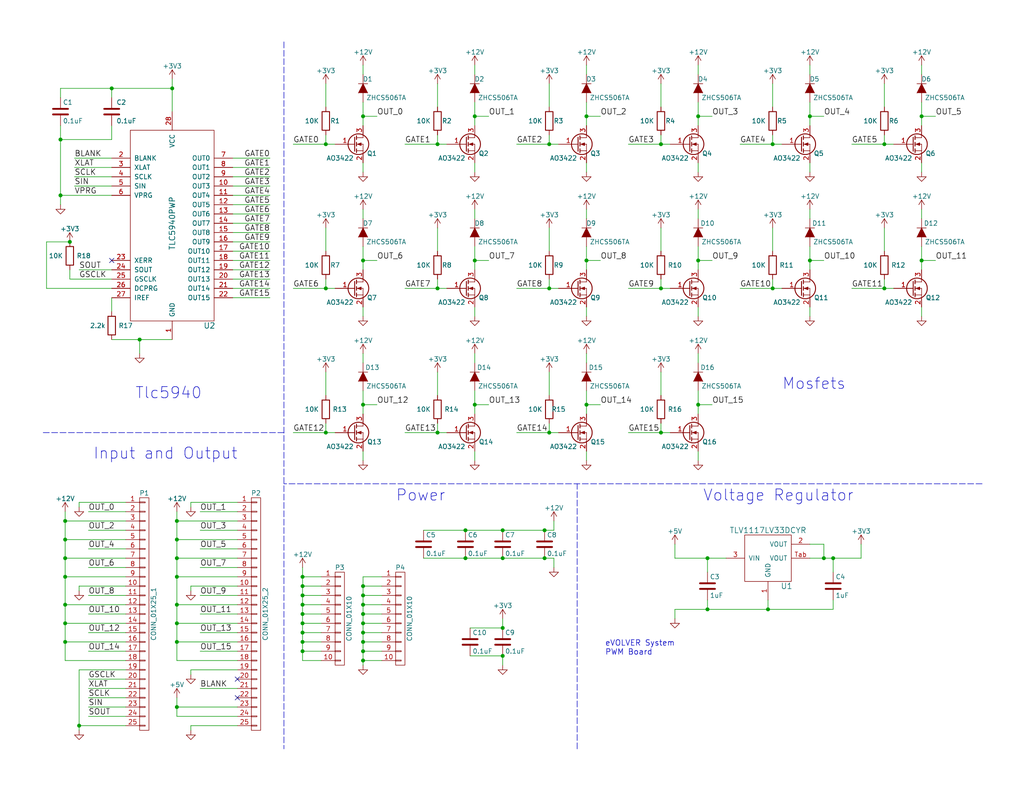
<source format=kicad_sch>
(kicad_sch (version 20211123) (generator eeschema)
  (paper "USLetter")
  (junction (at 16.51 38.1))
  (junction (at 180.34 39.37))
  (junction (at 193.04 152.4))
  (junction (at 16.51 53.34))
  (junction (at 99.06 165.1))
  (junction (at 82.55 167.64))
  (junction (at 21.59 198.12))
  (junction (at 82.55 157.48))
  (junction (at 17.78 170.18))
  (junction (at 137.16 179.07))
  (junction (at 88.9 39.37))
  (junction (at 48.26 165.1))
  (junction (at 99.06 110.49))
  (junction (at 82.55 175.26))
  (junction (at 99.06 172.72))
  (junction (at 82.55 162.56))
  (junction (at 99.06 180.34))
  (junction (at 190.5 110.49))
  (junction (at 129.54 110.49))
  (junction (at 82.55 172.72))
  (junction (at 48.26 142.24))
  (junction (at 127 144.78))
  (junction (at 209.55 166.37))
  (junction (at 137.16 152.4))
  (junction (at 119.38 118.11))
  (junction (at 99.06 162.56))
  (junction (at 149.86 39.37))
  (junction (at 137.16 171.45))
  (junction (at 82.55 165.1))
  (junction (at 99.06 175.26))
  (junction (at 19.05 66.04))
  (junction (at 88.9 118.11))
  (junction (at 88.9 78.74))
  (junction (at 190.5 31.75))
  (junction (at 17.78 147.32))
  (junction (at 210.82 39.37))
  (junction (at 148.59 144.78))
  (junction (at 148.59 152.4))
  (junction (at 99.06 177.8))
  (junction (at 210.82 78.74))
  (junction (at 241.3 39.37))
  (junction (at 30.48 24.13))
  (junction (at 220.98 71.12))
  (junction (at 82.55 177.8))
  (junction (at 190.5 71.12))
  (junction (at 17.78 152.4))
  (junction (at 180.34 78.74))
  (junction (at 17.78 165.1))
  (junction (at 48.26 170.18))
  (junction (at 99.06 167.64))
  (junction (at 227.33 152.4))
  (junction (at 17.78 142.24))
  (junction (at 82.55 160.02))
  (junction (at 99.06 71.12))
  (junction (at 48.26 152.4))
  (junction (at 160.02 110.49))
  (junction (at 17.78 157.48))
  (junction (at 193.04 166.37))
  (junction (at 48.26 193.04))
  (junction (at 251.46 31.75))
  (junction (at 119.38 78.74))
  (junction (at 99.06 160.02))
  (junction (at 48.26 147.32))
  (junction (at 99.06 31.75))
  (junction (at 180.34 118.11))
  (junction (at 129.54 31.75))
  (junction (at 251.46 71.12))
  (junction (at 17.78 175.26))
  (junction (at 149.86 78.74))
  (junction (at 149.86 118.11))
  (junction (at 119.38 39.37))
  (junction (at 99.06 170.18))
  (junction (at 160.02 31.75))
  (junction (at 241.3 78.74))
  (junction (at 160.02 71.12))
  (junction (at 137.16 144.78))
  (junction (at 48.26 157.48))
  (junction (at 224.79 152.4))
  (junction (at 48.26 175.26))
  (junction (at 46.99 24.13))
  (junction (at 82.55 170.18))
  (junction (at 220.98 31.75))
  (junction (at 38.1 92.71))
  (junction (at 129.54 71.12))
  (junction (at 127 152.4))
  (no_connect (at 64.77 185.42))
  (no_connect (at 30.48 71.12))
  (no_connect (at 64.77 190.5))
  (wire (pts (xy 99.06 44.45) (xy 99.06 46.99)))
  (wire (pts (xy 160.02 83.82) (xy 160.02 86.36)))
  (wire (pts (xy 241.3 68.58) (xy 241.3 62.23)))
  (wire (pts (xy 99.06 106.68) (xy 99.06 110.49)))
  (wire (pts (xy 73.66 55.88) (xy 63.5 55.88)))
  (wire (pts (xy 99.06 160.02) (xy 104.14 160.02)))
  (wire (pts (xy 232.41 39.37) (xy 241.3 39.37)))
  (wire (pts (xy 190.5 71.12) (xy 190.5 73.66)))
  (wire (pts (xy 17.78 142.24) (xy 17.78 147.32)))
  (wire (pts (xy 99.06 20.32) (xy 99.06 17.78)))
  (wire (pts (xy 160.02 106.68) (xy 160.02 110.49)))
  (wire (pts (xy 73.66 50.8) (xy 63.5 50.8)))
  (wire (pts (xy 24.13 154.94) (xy 34.29 154.94)))
  (wire (pts (xy 24.13 187.96) (xy 34.29 187.96)))
  (wire (pts (xy 82.55 177.8) (xy 82.55 180.34)))
  (wire (pts (xy 82.55 162.56) (xy 82.55 165.1)))
  (wire (pts (xy 38.1 92.71) (xy 46.99 92.71)))
  (wire (pts (xy 220.98 67.31) (xy 220.98 71.12)))
  (wire (pts (xy 16.51 38.1) (xy 16.51 53.34)))
  (wire (pts (xy 17.78 180.34) (xy 34.29 180.34)))
  (wire (pts (xy 137.16 152.4) (xy 148.59 152.4)))
  (wire (pts (xy 46.99 21.59) (xy 46.99 24.13)))
  (wire (pts (xy 99.06 172.72) (xy 104.14 172.72)))
  (wire (pts (xy 251.46 83.82) (xy 251.46 86.36)))
  (wire (pts (xy 160.02 27.94) (xy 160.02 31.75)))
  (wire (pts (xy 99.06 165.1) (xy 104.14 165.1)))
  (wire (pts (xy 87.63 172.72) (xy 82.55 172.72)))
  (wire (pts (xy 12.7 66.04) (xy 19.05 66.04)))
  (wire (pts (xy 201.93 39.37) (xy 210.82 39.37)))
  (wire (pts (xy 30.48 81.28) (xy 30.48 85.09)))
  (wire (pts (xy 151.13 144.78) (xy 151.13 142.24)))
  (wire (pts (xy 180.34 115.57) (xy 180.34 118.11)))
  (wire (pts (xy 99.06 110.49) (xy 99.06 113.03)))
  (wire (pts (xy 137.16 179.07) (xy 128.27 179.07)))
  (wire (pts (xy 63.5 43.18) (xy 73.66 43.18)))
  (wire (pts (xy 133.35 110.49) (xy 129.54 110.49)))
  (wire (pts (xy 151.13 152.4) (xy 151.13 154.94)))
  (wire (pts (xy 251.46 67.31) (xy 251.46 71.12)))
  (wire (pts (xy 119.38 107.95) (xy 119.38 101.6)))
  (wire (pts (xy 82.55 160.02) (xy 87.63 160.02)))
  (wire (pts (xy 251.46 44.45) (xy 251.46 46.99)))
  (wire (pts (xy 180.34 118.11) (xy 182.88 118.11)))
  (wire (pts (xy 129.54 20.32) (xy 129.54 17.78)))
  (wire (pts (xy 190.5 106.68) (xy 190.5 110.49)))
  (wire (pts (xy 82.55 170.18) (xy 82.55 172.72)))
  (wire (pts (xy 54.61 149.86) (xy 64.77 149.86)))
  (wire (pts (xy 48.26 152.4) (xy 64.77 152.4)))
  (wire (pts (xy 119.38 76.2) (xy 119.38 78.74)))
  (wire (pts (xy 30.48 48.26) (xy 20.32 48.26)))
  (wire (pts (xy 48.26 165.1) (xy 48.26 170.18)))
  (wire (pts (xy 251.46 31.75) (xy 251.46 34.29)))
  (wire (pts (xy 17.78 157.48) (xy 17.78 165.1)))
  (wire (pts (xy 209.55 163.83) (xy 209.55 166.37)))
  (wire (pts (xy 184.15 166.37) (xy 184.15 168.91)))
  (wire (pts (xy 119.38 36.83) (xy 119.38 39.37)))
  (wire (pts (xy 73.66 68.58) (xy 63.5 68.58)))
  (wire (pts (xy 88.9 39.37) (xy 91.44 39.37)))
  (wire (pts (xy 99.06 67.31) (xy 99.06 71.12)))
  (wire (pts (xy 184.15 152.4) (xy 184.15 148.59)))
  (wire (pts (xy 48.26 170.18) (xy 64.77 170.18)))
  (wire (pts (xy 30.48 92.71) (xy 38.1 92.71)))
  (wire (pts (xy 140.97 118.11) (xy 149.86 118.11)))
  (wire (pts (xy 17.78 175.26) (xy 34.29 175.26)))
  (wire (pts (xy 64.77 198.12) (xy 52.07 198.12)))
  (wire (pts (xy 251.46 59.69) (xy 251.46 57.15)))
  (wire (pts (xy 210.82 39.37) (xy 213.36 39.37)))
  (wire (pts (xy 210.82 76.2) (xy 210.82 78.74)))
  (wire (pts (xy 24.13 139.7) (xy 34.29 139.7)))
  (wire (pts (xy 227.33 166.37) (xy 227.33 163.83)))
  (wire (pts (xy 16.51 24.13) (xy 16.51 26.67)))
  (wire (pts (xy 99.06 59.69) (xy 99.06 57.15)))
  (wire (pts (xy 52.07 182.88) (xy 52.07 184.15)))
  (wire (pts (xy 160.02 99.06) (xy 160.02 96.52)))
  (wire (pts (xy 137.16 171.45) (xy 128.27 171.45)))
  (wire (pts (xy 110.49 78.74) (xy 119.38 78.74)))
  (wire (pts (xy 34.29 137.16) (xy 21.59 137.16)))
  (wire (pts (xy 48.26 147.32) (xy 48.26 152.4)))
  (wire (pts (xy 24.13 193.04) (xy 34.29 193.04)))
  (wire (pts (xy 190.5 83.82) (xy 190.5 86.36)))
  (wire (pts (xy 148.59 152.4) (xy 151.13 152.4)))
  (wire (pts (xy 220.98 20.32) (xy 220.98 17.78)))
  (wire (pts (xy 16.51 34.29) (xy 16.51 38.1)))
  (wire (pts (xy 21.59 198.12) (xy 34.29 198.12)))
  (wire (pts (xy 80.01 39.37) (xy 88.9 39.37)))
  (wire (pts (xy 88.9 68.58) (xy 88.9 62.23)))
  (wire (pts (xy 137.16 144.78) (xy 148.59 144.78)))
  (wire (pts (xy 88.9 29.21) (xy 88.9 22.86)))
  (wire (pts (xy 54.61 167.64) (xy 64.77 167.64)))
  (wire (pts (xy 133.35 71.12) (xy 129.54 71.12)))
  (wire (pts (xy 129.54 31.75) (xy 129.54 34.29)))
  (wire (pts (xy 220.98 44.45) (xy 220.98 46.99)))
  (wire (pts (xy 163.83 31.75) (xy 160.02 31.75)))
  (wire (pts (xy 127 144.78) (xy 137.16 144.78)))
  (wire (pts (xy 30.48 43.18) (xy 20.32 43.18)))
  (wire (pts (xy 48.26 195.58) (xy 64.77 195.58)))
  (wire (pts (xy 194.31 110.49) (xy 190.5 110.49)))
  (wire (pts (xy 251.46 71.12) (xy 251.46 73.66)))
  (wire (pts (xy 30.48 73.66) (xy 21.59 73.66)))
  (wire (pts (xy 210.82 78.74) (xy 213.36 78.74)))
  (wire (pts (xy 64.77 162.56) (xy 54.61 162.56)))
  (wire (pts (xy 99.06 71.12) (xy 99.06 73.66)))
  (wire (pts (xy 99.06 162.56) (xy 99.06 165.1)))
  (wire (pts (xy 255.27 31.75) (xy 251.46 31.75)))
  (wire (pts (xy 110.49 39.37) (xy 119.38 39.37)))
  (wire (pts (xy 73.66 45.72) (xy 63.5 45.72)))
  (wire (pts (xy 224.79 71.12) (xy 220.98 71.12)))
  (wire (pts (xy 24.13 149.86) (xy 34.29 149.86)))
  (polyline (pts (xy 77.47 118.11) (xy 11.43 118.11)))
  (wire (pts (xy 48.26 157.48) (xy 48.26 165.1)))
  (wire (pts (xy 38.1 92.71) (xy 38.1 96.52)))
  (wire (pts (xy 119.38 39.37) (xy 121.92 39.37)))
  (wire (pts (xy 193.04 163.83) (xy 193.04 166.37)))
  (wire (pts (xy 241.3 29.21) (xy 241.3 22.86)))
  (wire (pts (xy 63.5 60.96) (xy 73.66 60.96)))
  (wire (pts (xy 180.34 107.95) (xy 180.34 101.6)))
  (wire (pts (xy 102.87 71.12) (xy 99.06 71.12)))
  (wire (pts (xy 171.45 39.37) (xy 180.34 39.37)))
  (wire (pts (xy 180.34 39.37) (xy 182.88 39.37)))
  (wire (pts (xy 99.06 177.8) (xy 99.06 180.34)))
  (wire (pts (xy 21.59 160.02) (xy 21.59 161.29)))
  (wire (pts (xy 184.15 152.4) (xy 193.04 152.4)))
  (wire (pts (xy 52.07 198.12) (xy 52.07 199.39)))
  (wire (pts (xy 63.5 76.2) (xy 73.66 76.2)))
  (wire (pts (xy 241.3 76.2) (xy 241.3 78.74)))
  (wire (pts (xy 82.55 154.94) (xy 82.55 157.48)))
  (wire (pts (xy 82.55 175.26) (xy 82.55 177.8)))
  (wire (pts (xy 160.02 31.75) (xy 160.02 34.29)))
  (wire (pts (xy 224.79 148.59) (xy 224.79 152.4)))
  (wire (pts (xy 24.13 172.72) (xy 34.29 172.72)))
  (wire (pts (xy 129.54 59.69) (xy 129.54 57.15)))
  (wire (pts (xy 140.97 78.74) (xy 149.86 78.74)))
  (wire (pts (xy 54.61 154.94) (xy 64.77 154.94)))
  (wire (pts (xy 210.82 36.83) (xy 210.82 39.37)))
  (wire (pts (xy 16.51 53.34) (xy 30.48 53.34)))
  (wire (pts (xy 160.02 71.12) (xy 160.02 73.66)))
  (wire (pts (xy 190.5 110.49) (xy 190.5 113.03)))
  (wire (pts (xy 193.04 166.37) (xy 209.55 166.37)))
  (wire (pts (xy 227.33 156.21) (xy 227.33 152.4)))
  (wire (pts (xy 34.29 167.64) (xy 24.13 167.64)))
  (wire (pts (xy 17.78 139.7) (xy 17.78 142.24)))
  (wire (pts (xy 54.61 144.78) (xy 64.77 144.78)))
  (wire (pts (xy 224.79 152.4) (xy 227.33 152.4)))
  (wire (pts (xy 82.55 165.1) (xy 87.63 165.1)))
  (wire (pts (xy 99.06 31.75) (xy 99.06 34.29)))
  (wire (pts (xy 220.98 152.4) (xy 224.79 152.4)))
  (wire (pts (xy 180.34 76.2) (xy 180.34 78.74)))
  (wire (pts (xy 180.34 68.58) (xy 180.34 62.23)))
  (wire (pts (xy 88.9 78.74) (xy 91.44 78.74)))
  (wire (pts (xy 30.48 50.8) (xy 20.32 50.8)))
  (wire (pts (xy 64.77 175.26) (xy 48.26 175.26)))
  (wire (pts (xy 99.06 157.48) (xy 104.14 157.48)))
  (wire (pts (xy 88.9 36.83) (xy 88.9 39.37)))
  (wire (pts (xy 30.48 26.67) (xy 30.48 24.13)))
  (wire (pts (xy 149.86 118.11) (xy 152.4 118.11)))
  (wire (pts (xy 73.66 73.66) (xy 63.5 73.66)))
  (wire (pts (xy 241.3 78.74) (xy 243.84 78.74)))
  (wire (pts (xy 148.59 144.78) (xy 151.13 144.78)))
  (wire (pts (xy 48.26 175.26) (xy 48.26 180.34)))
  (wire (pts (xy 220.98 71.12) (xy 220.98 73.66)))
  (wire (pts (xy 129.54 83.82) (xy 129.54 86.36)))
  (wire (pts (xy 99.06 175.26) (xy 99.06 177.8)))
  (wire (pts (xy 149.86 76.2) (xy 149.86 78.74)))
  (wire (pts (xy 127 152.4) (xy 137.16 152.4)))
  (wire (pts (xy 64.77 147.32) (xy 48.26 147.32)))
  (wire (pts (xy 190.5 44.45) (xy 190.5 46.99)))
  (wire (pts (xy 73.66 58.42) (xy 63.5 58.42)))
  (wire (pts (xy 180.34 29.21) (xy 180.34 22.86)))
  (wire (pts (xy 64.77 157.48) (xy 48.26 157.48)))
  (wire (pts (xy 137.16 179.07) (xy 137.16 181.61)))
  (wire (pts (xy 190.5 123.19) (xy 190.5 125.73)))
  (wire (pts (xy 54.61 177.8) (xy 64.77 177.8)))
  (wire (pts (xy 63.5 81.28) (xy 73.66 81.28)))
  (wire (pts (xy 48.26 139.7) (xy 48.26 142.24)))
  (wire (pts (xy 149.86 68.58) (xy 149.86 62.23)))
  (wire (pts (xy 17.78 147.32) (xy 17.78 152.4)))
  (wire (pts (xy 220.98 83.82) (xy 220.98 86.36)))
  (wire (pts (xy 24.13 144.78) (xy 34.29 144.78)))
  (wire (pts (xy 88.9 107.95) (xy 88.9 101.6)))
  (wire (pts (xy 34.29 190.5) (xy 24.13 190.5)))
  (wire (pts (xy 149.86 107.95) (xy 149.86 101.6)))
  (wire (pts (xy 30.48 34.29) (xy 30.48 38.1)))
  (wire (pts (xy 119.38 115.57) (xy 119.38 118.11)))
  (wire (pts (xy 73.66 63.5) (xy 63.5 63.5)))
  (wire (pts (xy 190.5 59.69) (xy 190.5 57.15)))
  (wire (pts (xy 180.34 78.74) (xy 182.88 78.74)))
  (wire (pts (xy 12.7 66.04) (xy 12.7 78.74)))
  (wire (pts (xy 88.9 115.57) (xy 88.9 118.11)))
  (wire (pts (xy 64.77 182.88) (xy 52.07 182.88)))
  (wire (pts (xy 82.55 170.18) (xy 87.63 170.18)))
  (wire (pts (xy 194.31 31.75) (xy 190.5 31.75)))
  (wire (pts (xy 160.02 123.19) (xy 160.02 125.73)))
  (wire (pts (xy 48.26 180.34) (xy 64.77 180.34)))
  (wire (pts (xy 255.27 71.12) (xy 251.46 71.12)))
  (wire (pts (xy 251.46 20.32) (xy 251.46 17.78)))
  (wire (pts (xy 48.26 165.1) (xy 64.77 165.1)))
  (wire (pts (xy 30.48 38.1) (xy 16.51 38.1)))
  (wire (pts (xy 102.87 110.49) (xy 99.06 110.49)))
  (wire (pts (xy 63.5 53.34) (xy 73.66 53.34)))
  (wire (pts (xy 129.54 71.12) (xy 129.54 73.66)))
  (wire (pts (xy 48.26 142.24) (xy 48.26 147.32)))
  (wire (pts (xy 149.86 78.74) (xy 152.4 78.74)))
  (wire (pts (xy 171.45 118.11) (xy 180.34 118.11)))
  (wire (pts (xy 194.31 71.12) (xy 190.5 71.12)))
  (wire (pts (xy 232.41 78.74) (xy 241.3 78.74)))
  (wire (pts (xy 80.01 118.11) (xy 88.9 118.11)))
  (wire (pts (xy 34.29 162.56) (xy 24.13 162.56)))
  (polyline (pts (xy 267.97 132.08) (xy 77.47 132.08)))
  (wire (pts (xy 12.7 78.74) (xy 30.48 78.74)))
  (wire (pts (xy 82.55 167.64) (xy 82.55 170.18)))
  (wire (pts (xy 99.06 180.34) (xy 104.14 180.34)))
  (wire (pts (xy 34.29 185.42) (xy 24.13 185.42)))
  (wire (pts (xy 99.06 165.1) (xy 99.06 167.64)))
  (wire (pts (xy 160.02 67.31) (xy 160.02 71.12)))
  (wire (pts (xy 20.32 45.72) (xy 30.48 45.72)))
  (wire (pts (xy 87.63 157.48) (xy 82.55 157.48)))
  (wire (pts (xy 63.5 66.04) (xy 73.66 66.04)))
  (wire (pts (xy 115.57 144.78) (xy 127 144.78)))
  (wire (pts (xy 52.07 137.16) (xy 64.77 137.16)))
  (wire (pts (xy 210.82 68.58) (xy 210.82 62.23)))
  (wire (pts (xy 149.86 29.21) (xy 149.86 22.86)))
  (wire (pts (xy 129.54 123.19) (xy 129.54 125.73)))
  (wire (pts (xy 48.26 142.24) (xy 64.77 142.24)))
  (wire (pts (xy 193.04 152.4) (xy 198.12 152.4)))
  (wire (pts (xy 115.57 152.4) (xy 127 152.4)))
  (wire (pts (xy 17.78 152.4) (xy 17.78 157.48)))
  (wire (pts (xy 190.5 31.75) (xy 190.5 34.29)))
  (wire (pts (xy 82.55 172.72) (xy 82.55 175.26)))
  (wire (pts (xy 129.54 44.45) (xy 129.54 46.99)))
  (wire (pts (xy 201.93 78.74) (xy 210.82 78.74)))
  (wire (pts (xy 149.86 115.57) (xy 149.86 118.11)))
  (wire (pts (xy 133.35 31.75) (xy 129.54 31.75)))
  (wire (pts (xy 21.59 182.88) (xy 34.29 182.88)))
  (wire (pts (xy 234.95 152.4) (xy 234.95 148.59)))
  (wire (pts (xy 99.06 170.18) (xy 99.06 172.72)))
  (wire (pts (xy 99.06 175.26) (xy 104.14 175.26)))
  (wire (pts (xy 110.49 118.11) (xy 119.38 118.11)))
  (wire (pts (xy 21.59 182.88) (xy 21.59 198.12)))
  (wire (pts (xy 220.98 31.75) (xy 220.98 34.29)))
  (wire (pts (xy 163.83 71.12) (xy 160.02 71.12)))
  (wire (pts (xy 224.79 31.75) (xy 220.98 31.75)))
  (wire (pts (xy 137.16 168.91) (xy 137.16 171.45)))
  (wire (pts (xy 99.06 162.56) (xy 104.14 162.56)))
  (wire (pts (xy 46.99 24.13) (xy 46.99 30.48)))
  (wire (pts (xy 99.06 157.48) (xy 99.06 160.02)))
  (wire (pts (xy 99.06 167.64) (xy 99.06 170.18)))
  (wire (pts (xy 17.78 142.24) (xy 34.29 142.24)))
  (wire (pts (xy 190.5 20.32) (xy 190.5 17.78)))
  (polyline (pts (xy 77.47 11.43) (xy 77.47 204.47)))
  (wire (pts (xy 34.29 147.32) (xy 17.78 147.32)))
  (wire (pts (xy 241.3 39.37) (xy 243.84 39.37)))
  (wire (pts (xy 160.02 44.45) (xy 160.02 46.99)))
  (wire (pts (xy 19.05 76.2) (xy 30.48 76.2)))
  (wire (pts (xy 190.5 99.06) (xy 190.5 96.52)))
  (wire (pts (xy 63.5 71.12) (xy 73.66 71.12)))
  (wire (pts (xy 82.55 157.48) (xy 82.55 160.02)))
  (wire (pts (xy 64.77 187.96) (xy 54.61 187.96)))
  (wire (pts (xy 129.54 27.94) (xy 129.54 31.75)))
  (wire (pts (xy 88.9 118.11) (xy 91.44 118.11)))
  (wire (pts (xy 21.59 137.16) (xy 21.59 138.43)))
  (wire (pts (xy 99.06 180.34) (xy 99.06 181.61)))
  (wire (pts (xy 102.87 31.75) (xy 99.06 31.75)))
  (wire (pts (xy 17.78 157.48) (xy 34.29 157.48)))
  (wire (pts (xy 24.13 177.8) (xy 34.29 177.8)))
  (wire (pts (xy 99.06 177.8) (xy 104.14 177.8)))
  (wire (pts (xy 63.5 48.26) (xy 73.66 48.26)))
  (wire (pts (xy 16.51 53.34) (xy 16.51 55.88)))
  (wire (pts (xy 16.51 24.13) (xy 30.48 24.13)))
  (wire (pts (xy 220.98 27.94) (xy 220.98 31.75)))
  (wire (pts (xy 184.15 166.37) (xy 193.04 166.37)))
  (wire (pts (xy 48.26 170.18) (xy 48.26 175.26)))
  (wire (pts (xy 17.78 165.1) (xy 34.29 165.1)))
  (wire (pts (xy 48.26 193.04) (xy 48.26 195.58)))
  (wire (pts (xy 160.02 59.69) (xy 160.02 57.15)))
  (wire (pts (xy 34.29 195.58) (xy 24.13 195.58)))
  (wire (pts (xy 34.29 170.18) (xy 17.78 170.18)))
  (wire (pts (xy 129.54 110.49) (xy 129.54 113.03)))
  (wire (pts (xy 129.54 106.68) (xy 129.54 110.49)))
  (wire (pts (xy 21.59 198.12) (xy 21.59 199.39)))
  (wire (pts (xy 80.01 78.74) (xy 88.9 78.74)))
  (wire (pts (xy 119.38 118.11) (xy 121.92 118.11)))
  (wire (pts (xy 34.29 160.02) (xy 21.59 160.02)))
  (wire (pts (xy 82.55 165.1) (xy 82.55 167.64)))
  (wire (pts (xy 52.07 160.02) (xy 64.77 160.02)))
  (wire (pts (xy 48.26 190.5) (xy 48.26 193.04)))
  (wire (pts (xy 52.07 137.16) (xy 52.07 138.43)))
  (wire (pts (xy 227.33 152.4) (xy 234.95 152.4)))
  (wire (pts (xy 99.06 83.82) (xy 99.06 86.36)))
  (wire (pts (xy 19.05 76.2) (xy 19.05 73.66)))
  (wire (pts (xy 99.06 99.06) (xy 99.06 96.52)))
  (wire (pts (xy 210.82 29.21) (xy 210.82 22.86)))
  (wire (pts (xy 99.06 172.72) (xy 99.06 175.26)))
  (wire (pts (xy 220.98 59.69) (xy 220.98 57.15)))
  (wire (pts (xy 209.55 166.37) (xy 227.33 166.37)))
  (wire (pts (xy 160.02 110.49) (xy 160.02 113.03)))
  (wire (pts (xy 190.5 67.31) (xy 190.5 71.12)))
  (wire (pts (xy 17.78 170.18) (xy 17.78 175.26)))
  (polyline (pts (xy 157.48 204.47) (xy 157.48 132.08)))
  (wire (pts (xy 99.06 167.64) (xy 104.14 167.64)))
  (wire (pts (xy 52.07 160.02) (xy 52.07 161.29)))
  (wire (pts (xy 163.83 110.49) (xy 160.02 110.49)))
  (wire (pts (xy 251.46 27.94) (xy 251.46 31.75)))
  (wire (pts (xy 99.06 160.02) (xy 99.06 162.56)))
  (wire (pts (xy 193.04 156.21) (xy 193.04 152.4)))
  (wire (pts (xy 82.55 180.34) (xy 87.63 180.34)))
  (wire (pts (xy 87.63 177.8) (xy 82.55 177.8)))
  (wire (pts (xy 87.63 162.56) (xy 82.55 162.56)))
  (wire (pts (xy 82.55 175.26) (xy 87.63 175.26)))
  (wire (pts (xy 99.06 123.19) (xy 99.06 125.73)))
  (wire (pts (xy 99.06 170.18) (xy 104.14 170.18)))
  (wire (pts (xy 149.86 36.83) (xy 149.86 39.37)))
  (wire (pts (xy 82.55 160.02) (xy 82.55 162.56)))
  (wire (pts (xy 160.02 20.32) (xy 160.02 17.78)))
  (wire (pts (xy 17.78 152.4) (xy 34.29 152.4)))
  (wire (pts (xy 73.66 78.74) (xy 63.5 78.74)))
  (wire (pts (xy 180.34 36.83) (xy 180.34 39.37)))
  (wire (pts (xy 54.61 139.7) (xy 64.77 139.7)))
  (wire (pts (xy 149.86 39.37) (xy 152.4 39.37)))
  (wire (pts (xy 190.5 27.94) (xy 190.5 31.75)))
  (wire (pts (xy 48.26 152.4) (xy 48.26 157.48)))
  (wire (pts (xy 119.38 78.74) (xy 121.92 78.74)))
  (wire (pts (xy 129.54 67.31) (xy 129.54 71.12)))
  (wire (pts (xy 54.61 172.72) (xy 64.77 172.72)))
  (wire (pts (xy 171.45 78.74) (xy 180.34 78.74)))
  (wire (pts (xy 119.38 68.58) (xy 119.38 62.23)))
  (wire (pts (xy 87.63 167.64) (xy 82.55 167.64)))
  (wire (pts (xy 140.97 39.37) (xy 149.86 39.37)))
  (wire (pts (xy 88.9 76.2) (xy 88.9 78.74)))
  (wire (pts (xy 241.3 36.83) (xy 241.3 39.37)))
  (wire (pts (xy 220.98 148.59) (xy 224.79 148.59)))
  (wire (pts (xy 30.48 24.13) (xy 46.99 24.13)))
  (wire (pts (xy 119.38 29.21) (xy 119.38 22.86)))
  (wire (pts (xy 99.06 27.94) (xy 99.06 31.75)))
  (wire (pts (xy 17.78 165.1) (xy 17.78 170.18)))
  (wire (pts (xy 17.78 175.26) (xy 17.78 180.34)))
  (wire (pts (xy 129.54 99.06) (xy 129.54 96.52)))
  (wire (pts (xy 48.26 193.04) (xy 64.77 193.04)))
  (text "Power" (at 107.95 137.16 0) (effects (font (size 3.048 3.048)) (justify left bottom)))
  (text "Mosfets" (at 213.36 106.68 0) (effects (font (size 3.048 3.048)) (justify left bottom)))
  (text "Voltage Regulator" (at 191.77 137.16 0) (effects (font (size 3.048 3.048)) (justify left bottom)))
  (text "Input and Output" (at 25.4 125.73 0) (effects (font (size 3.048 3.048)) (justify left bottom)))
  (text "eVOLVER System\nPWM Board" (at 165.1 179.07 0) (effects (font (size 1.524 1.524)) (justify left bottom)))
  (text "Tlc5940" (at 36.83 109.22 0) (effects (font (size 3.048 3.048)) (justify left bottom)))
  (label "OUT_4" (at 224.79 31.75 0) (effects (font (size 1.524 1.524))))
  (label "GATE8" (at 140.97 78.74 0) (effects (font (size 1.524 1.524))))
  (label "GATE9" (at 171.45 78.74 0) (effects (font (size 1.524 1.524))))
  (label "VPRG" (at 20.32 53.34 0) (effects (font (size 1.524 1.524))))
  (label "GATE2" (at 73.66 48.26 180) (effects (font (size 1.524 1.524))))
  (label "GATE10" (at 73.66 68.58 180) (effects (font (size 1.524 1.524))))
  (label "OUT_15" (at 194.31 110.49 0) (effects (font (size 1.524 1.524))))
  (label "SOUT" (at 21.59 73.66 0) (effects (font (size 1.524 1.524))))
  (label "OUT_7" (at 54.61 154.94 0) (effects (font (size 1.524 1.524))))
  (label "GATE3" (at 171.45 39.37 0) (effects (font (size 1.524 1.524))))
  (label "OUT_0" (at 102.87 31.75 0) (effects (font (size 1.524 1.524))))
  (label "GSCLK" (at 21.59 76.2 0) (effects (font (size 1.524 1.524))))
  (label "OUT_14" (at 163.83 110.49 0) (effects (font (size 1.524 1.524))))
  (label "OUT_5" (at 54.61 149.86 0) (effects (font (size 1.524 1.524))))
  (label "GATE12" (at 80.01 118.11 0) (effects (font (size 1.524 1.524))))
  (label "GATE12" (at 73.66 73.66 180) (effects (font (size 1.524 1.524))))
  (label "OUT_7" (at 133.35 71.12 0) (effects (font (size 1.524 1.524))))
  (label "GATE11" (at 232.41 78.74 0) (effects (font (size 1.524 1.524))))
  (label "OUT_0" (at 24.13 139.7 0) (effects (font (size 1.524 1.524))))
  (label "OUT_15" (at 54.61 177.8 0) (effects (font (size 1.524 1.524))))
  (label "OUT_8" (at 163.83 71.12 0) (effects (font (size 1.524 1.524))))
  (label "OUT_4" (at 24.13 149.86 0) (effects (font (size 1.524 1.524))))
  (label "GATE11" (at 73.66 71.12 180) (effects (font (size 1.524 1.524))))
  (label "GSCLK" (at 24.13 185.42 0) (effects (font (size 1.524 1.524))))
  (label "GATE15" (at 73.66 81.28 180) (effects (font (size 1.524 1.524))))
  (label "BLANK" (at 20.32 43.18 0) (effects (font (size 1.524 1.524))))
  (label "SIN" (at 24.13 193.04 0) (effects (font (size 1.524 1.524))))
  (label "GATE13" (at 73.66 76.2 180) (effects (font (size 1.524 1.524))))
  (label "GATE15" (at 171.45 118.11 0) (effects (font (size 1.524 1.524))))
  (label "SCLK" (at 20.32 48.26 0) (effects (font (size 1.524 1.524))))
  (label "OUT_12" (at 102.87 110.49 0) (effects (font (size 1.524 1.524))))
  (label "OUT_3" (at 194.31 31.75 0) (effects (font (size 1.524 1.524))))
  (label "OUT_11" (at 255.27 71.12 0) (effects (font (size 1.524 1.524))))
  (label "GATE1" (at 73.66 45.72 180) (effects (font (size 1.524 1.524))))
  (label "GATE5" (at 73.66 55.88 180) (effects (font (size 1.524 1.524))))
  (label "OUT_13" (at 133.35 110.49 0) (effects (font (size 1.524 1.524))))
  (label "GATE4" (at 201.93 39.37 0) (effects (font (size 1.524 1.524))))
  (label "OUT_2" (at 24.13 144.78 0) (effects (font (size 1.524 1.524))))
  (label "SOUT" (at 24.13 195.58 0) (effects (font (size 1.524 1.524))))
  (label "GATE7" (at 110.49 78.74 0) (effects (font (size 1.524 1.524))))
  (label "OUT_13" (at 54.61 172.72 0) (effects (font (size 1.524 1.524))))
  (label "OUT_10" (at 224.79 71.12 0) (effects (font (size 1.524 1.524))))
  (label "OUT_1" (at 133.35 31.75 0) (effects (font (size 1.524 1.524))))
  (label "GATE2" (at 140.97 39.37 0) (effects (font (size 1.524 1.524))))
  (label "SCLK" (at 24.13 190.5 0) (effects (font (size 1.524 1.524))))
  (label "GATE8" (at 73.66 63.5 180) (effects (font (size 1.524 1.524))))
  (label "OUT_9" (at 194.31 71.12 0) (effects (font (size 1.524 1.524))))
  (label "GATE1" (at 110.49 39.37 0) (effects (font (size 1.524 1.524))))
  (label "OUT_14" (at 24.13 177.8 0) (effects (font (size 1.524 1.524))))
  (label "GATE0" (at 73.66 43.18 180) (effects (font (size 1.524 1.524))))
  (label "BLANK" (at 54.61 187.96 0) (effects (font (size 1.524 1.524))))
  (label "OUT_8" (at 24.13 162.56 0) (effects (font (size 1.524 1.524))))
  (label "GATE0" (at 80.01 39.37 0) (effects (font (size 1.524 1.524))))
  (label "XLAT" (at 20.32 45.72 0) (effects (font (size 1.524 1.524))))
  (label "OUT_6" (at 102.87 71.12 0) (effects (font (size 1.524 1.524))))
  (label "OUT_11" (at 54.61 167.64 0) (effects (font (size 1.524 1.524))))
  (label "OUT_1" (at 54.61 139.7 0) (effects (font (size 1.524 1.524))))
  (label "OUT_5" (at 255.27 31.75 0) (effects (font (size 1.524 1.524))))
  (label "XLAT" (at 24.13 187.96 0) (effects (font (size 1.524 1.524))))
  (label "OUT_3" (at 54.61 144.78 0) (effects (font (size 1.524 1.524))))
  (label "GATE10" (at 201.93 78.74 0) (effects (font (size 1.524 1.524))))
  (label "GATE14" (at 73.66 78.74 180) (effects (font (size 1.524 1.524))))
  (label "OUT_2" (at 163.83 31.75 0) (effects (font (size 1.524 1.524))))
  (label "GATE7" (at 73.66 60.96 180) (effects (font (size 1.524 1.524))))
  (label "OUT_9" (at 54.61 162.56 0) (effects (font (size 1.524 1.524))))
  (label "OUT_12" (at 24.13 172.72 0) (effects (font (size 1.524 1.524))))
  (label "GATE3" (at 73.66 50.8 180) (effects (font (size 1.524 1.524))))
  (label "OUT_6" (at 24.13 154.94 0) (effects (font (size 1.524 1.524))))
  (label "SIN" (at 20.32 50.8 0) (effects (font (size 1.524 1.524))))
  (label "GATE4" (at 73.66 53.34 180) (effects (font (size 1.524 1.524))))
  (label "GATE6" (at 73.66 58.42 180) (effects (font (size 1.524 1.524))))
  (label "OUT_10" (at 24.13 167.64 0) (effects (font (size 1.524 1.524))))
  (label "GATE6" (at 80.01 78.74 0) (effects (font (size 1.524 1.524))))
  (label "GATE5" (at 232.41 39.37 0) (effects (font (size 1.524 1.524))))
  (label "GATE9" (at 73.66 66.04 180) (effects (font (size 1.524 1.524))))
  (label "GATE14" (at 140.97 118.11 0) (effects (font (size 1.524 1.524))))
  (label "GATE13" (at 110.49 118.11 0) (effects (font (size 1.524 1.524))))
  (symbol (lib_id "eVOLVER_pwm:TLC5940PWP") (at 46.99 60.96 0) (unit 1)
    (property "Reference" "U2" (at 57.15 88.9 0) (effects (font (size 1.524 1.524))))
    (property "Value" "TLC5940PWP" (at 46.99 60.96 90) (effects (font (size 1.524 1.524))))
    (property "Footprint" "mods:TLC5940PWP" (effects hide))
    (property "Catalog Number" "296-17733-5-ND	" (effects hide))
    (property "Supplier Name" "Digi-Key" (effects hide))
  )
  (symbol (lib_id "power1:GND") (at 38.1 96.52 0) (unit 1)
    (property "Reference" "#PWR01" (effects hide))
    (property "Value" "GND" (effects hide))
  )
  (symbol (lib_id "device1:C") (at 193.04 160.02 0) (unit 1)
    (property "Reference" "C3" (at 193.675 157.48 0) (effects (justify left)))
    (property "Value" "1uF" (at 193.675 162.56 0) (effects (justify left)))
    (property "Footprint" "mods:C_0402" (effects hide))
    (property "Catalog Number" "490-1320-6-ND" (effects hide))
    (property "Supplier Name" "Digi-Key" (effects hide))
  )
  (symbol (lib_id "device1:C") (at 227.33 160.02 0) (unit 1)
    (property "Reference" "C4" (at 227.965 157.48 0) (effects (justify left)))
    (property "Value" "1uF" (at 227.965 162.56 0) (effects (justify left)))
    (property "Footprint" "mods:C_0402" (effects hide))
    (property "Catalog Number" "490-1320-6-ND" (effects hide))
    (property "Supplier Name" "Digi-Key" (effects hide))
  )
  (symbol (lib_id "power1:+3.3V") (at 234.95 148.59 0) (unit 1)
    (property "Reference" "#PWR02" (effects hide))
    (property "Value" "+3.3V" (at 234.95 145.034 0))
  )
  (symbol (lib_id "power1:GND") (at 184.15 168.91 0) (unit 1)
    (property "Reference" "#PWR03" (effects hide))
    (property "Value" "GND" (effects hide))
  )
  (symbol (lib_id "power1:+5V") (at 184.15 148.59 0) (unit 1)
    (property "Reference" "#PWR04" (effects hide))
    (property "Value" "+5V" (at 184.15 145.034 0))
  )
  (symbol (lib_id "device1:C") (at 30.48 30.48 0) (unit 1)
    (property "Reference" "C2" (at 31.75 27.94 0) (effects (justify left)))
    (property "Value" "0.1uF" (at 31.75 33.02 0) (effects (justify left)))
    (property "Footprint" "mods:C_0402" (effects hide))
    (property "Catalog Number" "490-10777-6-ND" (effects hide))
    (property "Supplier Name" "Digi-Key" (effects hide))
  )
  (symbol (lib_id "power1:+3.3V") (at 46.99 21.59 0) (unit 1)
    (property "Reference" "#PWR05" (effects hide))
    (property "Value" "+3.3V" (at 46.99 18.034 0))
  )
  (symbol (lib_id "device1:C") (at 16.51 30.48 0) (unit 1)
    (property "Reference" "C1" (at 17.145 27.94 0) (effects (justify left)))
    (property "Value" "0.1uF" (at 17.145 33.02 0) (effects (justify left)))
    (property "Footprint" "mods:C_0402" (effects hide))
    (property "Catalog Number" "490-10777-6-ND" (effects hide))
    (property "Supplier Name" "Digi-Key" (effects hide))
  )
  (symbol (lib_id "device1:R") (at 30.48 88.9 0) (unit 1)
    (property "Reference" "R17" (at 34.29 88.9 0))
    (property "Value" "2.2k" (at 26.67 88.9 0))
    (property "Footprint" "mods:R_0402" (effects hide))
    (property "Catalog Number" "311-2.20KLRDKR-ND " (effects hide))
    (property "Supplier Name" "Digi-Key" (effects hide))
  )
  (symbol (lib_id "eVOLVER_pwm:TLV1117LV33DCYR") (at 209.55 152.4 0) (unit 1)
    (property "Reference" "U1" (at 214.63 160.02 0) (effects (font (size 1.524 1.524))))
    (property "Value" "TLV1117LV33DCYR" (at 209.55 144.78 0) (effects (font (size 1.524 1.524))))
    (property "Footprint" "mods:TLV1117LV33DCYR" (effects hide))
    (property "Catalog Number" "296-28778-1-ND	" (effects hide))
    (property "Supplier Name" "Digi-Key" (effects hide))
  )
  (symbol (lib_id "conn1:CONN_01X25") (at 39.37 167.64 0) (unit 1)
    (property "Reference" "P1" (at 39.37 134.62 0))
    (property "Value" "CONN_01X25_1" (at 41.91 167.64 90))
    (property "Footprint" "mods:25_pin_10in" (effects hide))
    (property "Catalog Number" "ED10025-ND	" (effects hide))
    (property "Supplier Name" "Digi-Key" (effects hide))
  )
  (symbol (lib_id "conn1:CONN_01X25") (at 69.85 167.64 0) (unit 1)
    (property "Reference" "P2" (at 69.85 134.62 0))
    (property "Value" "CONN_01X25_2" (at 72.39 167.64 90))
    (property "Footprint" "mods:25_pin_10in" (effects hide))
    (property "Catalog Number" "ED10025-ND	" (effects hide))
    (property "Supplier Name" "Digi-Key" (effects hide))
  )
  (symbol (lib_id "power:+12V") (at 17.78 139.7 0) (unit 1)
    (property "Reference" "#PWR06" (effects hide))
    (property "Value" "+12V" (at 17.78 136.144 0))
  )
  (symbol (lib_id "power1:GND") (at 21.59 138.43 0) (unit 1)
    (property "Reference" "#PWR07" (effects hide))
    (property "Value" "GND" (effects hide))
  )
  (symbol (lib_id "power1:GND") (at 21.59 161.29 0) (unit 1)
    (property "Reference" "#PWR08" (effects hide))
    (property "Value" "GND" (effects hide))
  )
  (symbol (lib_id "power1:GND") (at 21.59 199.39 0) (unit 1)
    (property "Reference" "#PWR09" (effects hide))
    (property "Value" "GND" (effects hide))
  )
  (symbol (lib_id "power:+12V") (at 48.26 139.7 0) (unit 1)
    (property "Reference" "#PWR010" (effects hide))
    (property "Value" "+12V" (at 48.26 136.144 0))
  )
  (symbol (lib_id "power1:GND") (at 52.07 138.43 0) (unit 1)
    (property "Reference" "#PWR011" (effects hide))
    (property "Value" "GND" (effects hide))
  )
  (symbol (lib_id "power1:GND") (at 52.07 161.29 0) (unit 1)
    (property "Reference" "#PWR012" (effects hide))
    (property "Value" "GND" (effects hide))
  )
  (symbol (lib_id "power1:GND") (at 52.07 199.39 0) (unit 1)
    (property "Reference" "#PWR013" (effects hide))
    (property "Value" "GND" (effects hide))
  )
  (symbol (lib_id "power1:GND") (at 52.07 184.15 0) (unit 1)
    (property "Reference" "#PWR014" (effects hide))
    (property "Value" "GND" (effects hide))
  )
  (symbol (lib_id "power1:GND") (at 16.51 55.88 0) (unit 1)
    (property "Reference" "#PWR015" (effects hide))
    (property "Value" "GND" (effects hide))
  )
  (symbol (lib_id "power1:+3.3V") (at 19.05 66.04 0) (unit 1)
    (property "Reference" "#PWR016" (effects hide))
    (property "Value" "+3.3V" (at 19.05 62.484 0))
  )
  (symbol (lib_id "conn1:CONN_01X10") (at 92.71 168.91 0) (unit 1)
    (property "Reference" "P3" (at 92.71 154.94 0))
    (property "Value" "CONN_01X10" (at 95.25 168.91 90))
    (property "Footprint" "mods:10pin_tenth_in_V2" (effects hide))
    (property "Catalog Number" "ED10010-ND	" (effects hide))
    (property "Supplier Name" "Digi-Key" (effects hide))
  )
  (symbol (lib_id "conn1:CONN_01X10") (at 109.22 168.91 0) (unit 1)
    (property "Reference" "P4" (at 109.22 154.94 0))
    (property "Value" "CONN_01X10" (at 111.76 168.91 90))
    (property "Footprint" "mods:10pin_tenth_in_V2" (effects hide))
    (property "Catalog Number" "ED10010-ND	" (effects hide))
    (property "Supplier Name" "Digi-Key" (effects hide))
  )
  (symbol (lib_id "power1:GND") (at 99.06 181.61 0) (unit 1)
    (property "Reference" "#PWR017" (effects hide))
    (property "Value" "GND" (effects hide))
  )
  (symbol (lib_id "device1:Q_NMOS_SGD") (at 96.52 39.37 0) (unit 1)
    (property "Reference" "Q1" (at 102.87 41.91 0) (effects (justify right)))
    (property "Value" "AO3422" (at 96.52 43.18 0) (effects (justify right)))
    (property "Footprint" "mods:AO3422" (effects hide))
    (property "Catalog Number" "785-1015-1-ND	" (effects hide))
    (property "Supplier Name" "Digi-Key" (effects hide))
  )
  (symbol (lib_id "device1:R") (at 88.9 33.02 0) (unit 1)
    (property "Reference" "R1" (at 91.44 33.02 0))
    (property "Value" "10K" (at 85.09 33.02 0))
    (property "Footprint" "mods:R_0402" (effects hide))
    (property "Catalog Number" "311-10KJRDKR-ND" (effects hide))
    (property "Supplier Name" "Digi-Key" (effects hide))
  )
  (symbol (lib_id "power1:+3.3V") (at 88.9 22.86 0) (unit 1)
    (property "Reference" "#PWR018" (effects hide))
    (property "Value" "+3.3V" (at 88.9 19.304 0))
  )
  (symbol (lib_id "device1:D") (at 99.06 24.13 270) (unit 1)
    (property "Reference" "D1" (at 100.33 21.59 90))
    (property "Value" "ZHCS506TA" (at 105.41 26.67 90))
    (property "Footprint" "mods:ZHCS506TA" (effects hide))
    (property "Catalog Number" "ZHCS506CT-ND" (effects hide))
    (property "Supplier Name" "Digi-Key" (effects hide))
  )
  (symbol (lib_id "power:+12V") (at 99.06 17.78 0) (unit 1)
    (property "Reference" "#PWR019" (effects hide))
    (property "Value" "+12V" (at 99.06 14.224 0))
  )
  (symbol (lib_id "device1:Q_NMOS_SGD") (at 127 39.37 0) (unit 1)
    (property "Reference" "Q2" (at 133.35 41.91 0) (effects (justify right)))
    (property "Value" "AO3422" (at 127 43.18 0) (effects (justify right)))
    (property "Footprint" "mods:AO3422" (effects hide))
    (property "Catalog Number" "785-1015-1-ND	" (effects hide))
    (property "Supplier Name" "Digi-Key" (effects hide))
  )
  (symbol (lib_id "device1:R") (at 119.38 33.02 0) (unit 1)
    (property "Reference" "R2" (at 121.92 33.02 0))
    (property "Value" "10K" (at 115.57 33.02 0))
    (property "Footprint" "mods:R_0402" (effects hide))
    (property "Catalog Number" "311-10KJRDKR-ND" (effects hide))
    (property "Supplier Name" "Digi-Key" (effects hide))
  )
  (symbol (lib_id "power1:+3.3V") (at 119.38 22.86 0) (unit 1)
    (property "Reference" "#PWR022" (effects hide))
    (property "Value" "+3.3V" (at 119.38 19.304 0))
  )
  (symbol (lib_id "device1:D") (at 129.54 24.13 270) (unit 1)
    (property "Reference" "D2" (at 130.81 21.59 90))
    (property "Value" "ZHCS506TA" (at 135.89 26.67 90))
    (property "Footprint" "mods:ZHCS506TA" (effects hide))
    (property "Catalog Number" "ZHCS506CT-ND	" (effects hide))
    (property "Supplier Name" "Digi-Key" (effects hide))
  )
  (symbol (lib_id "power:+12V") (at 129.54 17.78 0) (unit 1)
    (property "Reference" "#PWR023" (effects hide))
    (property "Value" "+12V" (at 129.54 14.224 0))
  )
  (symbol (lib_id "device1:Q_NMOS_SGD") (at 157.48 39.37 0) (unit 1)
    (property "Reference" "Q3" (at 163.83 41.91 0) (effects (justify right)))
    (property "Value" "AO3422" (at 157.48 43.18 0) (effects (justify right)))
    (property "Footprint" "mods:AO3422" (effects hide))
    (property "Catalog Number" "785-1015-1-ND	" (effects hide))
    (property "Supplier Name" "Digi-Key" (effects hide))
  )
  (symbol (lib_id "device1:R") (at 149.86 33.02 0) (unit 1)
    (property "Reference" "R3" (at 152.4 33.02 0))
    (property "Value" "10K" (at 146.05 33.02 0))
    (property "Footprint" "mods:R_0402" (effects hide))
    (property "Catalog Number" "311-10KJRDKR-ND" (effects hide))
    (property "Supplier Name" "Digi-Key" (effects hide))
  )
  (symbol (lib_id "power1:+3.3V") (at 149.86 22.86 0) (unit 1)
    (property "Reference" "#PWR024" (effects hide))
    (property "Value" "+3.3V" (at 149.86 19.304 0))
  )
  (symbol (lib_id "device1:D") (at 160.02 24.13 270) (unit 1)
    (property "Reference" "D3" (at 161.29 21.59 90))
    (property "Value" "ZHCS506TA" (at 166.37 26.67 90))
    (property "Footprint" "mods:ZHCS506TA" (effects hide))
    (property "Catalog Number" "ZHCS506CT-ND	" (effects hide))
    (property "Supplier Name" "Digi-Key" (effects hide))
  )
  (symbol (lib_id "power:+12V") (at 160.02 17.78 0) (unit 1)
    (property "Reference" "#PWR025" (effects hide))
    (property "Value" "+12V" (at 160.02 14.224 0))
  )
  (symbol (lib_id "device1:Q_NMOS_SGD") (at 187.96 39.37 0) (unit 1)
    (property "Reference" "Q4" (at 194.31 41.91 0) (effects (justify right)))
    (property "Value" "AO3422" (at 187.96 43.18 0) (effects (justify right)))
    (property "Footprint" "mods:AO3422" (effects hide))
    (property "Catalog Number" "785-1015-1-ND	" (effects hide))
    (property "Supplier Name" "Digi-Key" (effects hide))
  )
  (symbol (lib_id "device1:R") (at 180.34 33.02 0) (unit 1)
    (property "Reference" "R4" (at 182.88 33.02 0))
    (property "Value" "10K" (at 176.53 33.02 0))
    (property "Footprint" "mods:R_0402" (effects hide))
    (property "Catalog Number" "311-10KJRDKR-ND" (effects hide))
    (property "Supplier Name" "Digi-Key" (effects hide))
  )
  (symbol (lib_id "power1:+3.3V") (at 180.34 22.86 0) (unit 1)
    (property "Reference" "#PWR026" (effects hide))
    (property "Value" "+3.3V" (at 180.34 19.304 0))
  )
  (symbol (lib_id "device1:D") (at 190.5 24.13 270) (unit 1)
    (property "Reference" "D4" (at 191.77 21.59 90))
    (property "Value" "ZHCS506TA" (at 196.85 26.67 90))
    (property "Footprint" "mods:ZHCS506TA" (effects hide))
    (property "Catalog Number" "ZHCS506CT-ND	" (effects hide))
    (property "Supplier Name" "Digi-Key" (effects hide))
  )
  (symbol (lib_id "power:+12V") (at 190.5 17.78 0) (unit 1)
    (property "Reference" "#PWR027" (effects hide))
    (property "Value" "+12V" (at 190.5 14.224 0))
  )
  (symbol (lib_id "device1:Q_NMOS_SGD") (at 218.44 39.37 0) (unit 1)
    (property "Reference" "Q5" (at 224.79 41.91 0) (effects (justify right)))
    (property "Value" "AO3422" (at 218.44 43.18 0) (effects (justify right)))
    (property "Footprint" "mods:AO3422" (effects hide))
    (property "Catalog Number" "785-1015-1-ND	" (effects hide))
    (property "Supplier Name" "Digi-Key" (effects hide))
  )
  (symbol (lib_id "device1:R") (at 210.82 33.02 0) (unit 1)
    (property "Reference" "R5" (at 213.36 33.02 0))
    (property "Value" "10K" (at 207.01 33.02 0))
    (property "Footprint" "mods:R_0402" (effects hide))
    (property "Catalog Number" "311-10KJRDKR-ND" (effects hide))
    (property "Supplier Name" "Digi-Key" (effects hide))
  )
  (symbol (lib_id "power1:+3.3V") (at 210.82 22.86 0) (unit 1)
    (property "Reference" "#PWR028" (effects hide))
    (property "Value" "+3.3V" (at 210.82 19.304 0))
  )
  (symbol (lib_id "device1:D") (at 220.98 24.13 270) (unit 1)
    (property "Reference" "D5" (at 222.25 21.59 90))
    (property "Value" "ZHCS506TA" (at 227.33 26.67 90))
    (property "Footprint" "mods:ZHCS506TA" (effects hide))
    (property "Catalog Number" "ZHCS506CT-ND	" (effects hide))
    (property "Supplier Name" "Digi-Key" (effects hide))
  )
  (symbol (lib_id "power:+12V") (at 220.98 17.78 0) (unit 1)
    (property "Reference" "#PWR029" (effects hide))
    (property "Value" "+12V" (at 220.98 14.224 0))
  )
  (symbol (lib_id "device1:Q_NMOS_SGD") (at 248.92 39.37 0) (unit 1)
    (property "Reference" "Q6" (at 255.27 41.91 0) (effects (justify right)))
    (property "Value" "AO3422" (at 248.92 43.18 0) (effects (justify right)))
    (property "Footprint" "mods:AO3422" (effects hide))
    (property "Catalog Number" "785-1015-1-ND	" (effects hide))
    (property "Supplier Name" "Digi-Key" (effects hide))
  )
  (symbol (lib_id "device1:R") (at 241.3 33.02 0) (unit 1)
    (property "Reference" "R6" (at 243.84 33.02 0))
    (property "Value" "10K" (at 237.49 33.02 0))
    (property "Footprint" "mods:R_0402" (effects hide))
    (property "Catalog Number" "311-10KJRDKR-ND" (effects hide))
    (property "Supplier Name" "Digi-Key" (effects hide))
  )
  (symbol (lib_id "power1:+3.3V") (at 241.3 22.86 0) (unit 1)
    (property "Reference" "#PWR030" (effects hide))
    (property "Value" "+3.3V" (at 241.3 19.304 0))
  )
  (symbol (lib_id "device1:D") (at 251.46 24.13 270) (unit 1)
    (property "Reference" "D6" (at 252.73 21.59 90))
    (property "Value" "ZHCS506TA" (at 257.81 26.67 90))
    (property "Footprint" "mods:ZHCS506TA" (effects hide))
    (property "Catalog Number" "ZHCS506CT-ND	" (effects hide))
    (property "Supplier Name" "Digi-Key" (effects hide))
  )
  (symbol (lib_id "power:+12V") (at 251.46 17.78 0) (unit 1)
    (property "Reference" "#PWR031" (effects hide))
    (property "Value" "+12V" (at 251.46 14.224 0))
  )
  (symbol (lib_id "device1:Q_NMOS_SGD") (at 96.52 78.74 0) (unit 1)
    (property "Reference" "Q7" (at 102.87 81.28 0) (effects (justify right)))
    (property "Value" "AO3422" (at 96.52 82.55 0) (effects (justify right)))
    (property "Footprint" "mods:AO3422" (effects hide))
    (property "Catalog Number" "785-1015-1-ND	" (effects hide))
    (property "Supplier Name" "Digi-Key" (effects hide))
  )
  (symbol (lib_id "device1:R") (at 88.9 72.39 0) (unit 1)
    (property "Reference" "R7" (at 91.44 72.39 0))
    (property "Value" "10K" (at 85.09 72.39 0))
    (property "Footprint" "mods:R_0402" (effects hide))
    (property "Catalog Number" "311-10KJRDKR-ND" (effects hide))
    (property "Supplier Name" "Digi-Key" (effects hide))
  )
  (symbol (lib_id "power1:+3.3V") (at 88.9 62.23 0) (unit 1)
    (property "Reference" "#PWR032" (effects hide))
    (property "Value" "+3.3V" (at 88.9 58.674 0))
  )
  (symbol (lib_id "device1:D") (at 99.06 63.5 270) (unit 1)
    (property "Reference" "D7" (at 100.33 60.96 90))
    (property "Value" "ZHCS506TA" (at 105.41 66.04 90))
    (property "Footprint" "mods:ZHCS506TA" (effects hide))
    (property "Catalog Number" "ZHCS506CT-ND	" (effects hide))
    (property "Supplier Name" "Digi-Key" (effects hide))
  )
  (symbol (lib_id "power:+12V") (at 99.06 57.15 0) (unit 1)
    (property "Reference" "#PWR033" (effects hide))
    (property "Value" "+12V" (at 99.06 53.594 0))
  )
  (symbol (lib_id "device1:Q_NMOS_SGD") (at 127 78.74 0) (unit 1)
    (property "Reference" "Q8" (at 133.35 81.28 0) (effects (justify right)))
    (property "Value" "AO3422" (at 127 82.55 0) (effects (justify right)))
    (property "Footprint" "mods:AO3422" (effects hide))
    (property "Catalog Number" "785-1015-1-ND	" (effects hide))
    (property "Supplier Name" "Digi-Key" (effects hide))
  )
  (symbol (lib_id "device1:R") (at 119.38 72.39 0) (unit 1)
    (property "Reference" "R8" (at 121.92 72.39 0))
    (property "Value" "10K" (at 115.57 72.39 0))
    (property "Footprint" "mods:R_0402" (effects hide))
    (property "Catalog Number" "311-10KJRDKR-ND" (effects hide))
    (property "Supplier Name" "Digi-Key" (effects hide))
  )
  (symbol (lib_id "power1:+3.3V") (at 119.38 62.23 0) (unit 1)
    (property "Reference" "#PWR034" (effects hide))
    (property "Value" "+3.3V" (at 119.38 58.674 0))
  )
  (symbol (lib_id "device1:D") (at 129.54 63.5 270) (unit 1)
    (property "Reference" "D8" (at 130.81 60.96 90))
    (property "Value" "ZHCS506TA" (at 135.89 66.04 90))
    (property "Footprint" "mods:ZHCS506TA" (effects hide))
    (property "Catalog Number" "ZHCS506CT-ND	" (effects hide))
    (property "Supplier Name" "Digi-Key" (effects hide))
  )
  (symbol (lib_id "power:+12V") (at 129.54 57.15 0) (unit 1)
    (property "Reference" "#PWR035" (effects hide))
    (property "Value" "+12V" (at 129.54 53.594 0))
  )
  (symbol (lib_id "device1:Q_NMOS_SGD") (at 157.48 78.74 0) (unit 1)
    (property "Reference" "Q9" (at 163.83 81.28 0) (effects (justify right)))
    (property "Value" "AO3422" (at 157.48 82.55 0) (effects (justify right)))
    (property "Footprint" "mods:AO3422" (effects hide))
    (property "Catalog Number" "785-1015-1-ND	" (effects hide))
    (property "Supplier Name" "Digi-Key" (effects hide))
  )
  (symbol (lib_id "device1:R") (at 149.86 72.39 0) (unit 1)
    (property "Reference" "R9" (at 152.4 72.39 0))
    (property "Value" "10K" (at 146.05 72.39 0))
    (property "Footprint" "mods:R_0402" (effects hide))
    (property "Catalog Number" "311-10KJRDKR-ND" (effects hide))
    (property "Supplier Name" "Digi-Key" (effects hide))
  )
  (symbol (lib_id "power1:+3.3V") (at 149.86 62.23 0) (unit 1)
    (property "Reference" "#PWR036" (effects hide))
    (property "Value" "+3.3V" (at 149.86 58.674 0))
  )
  (symbol (lib_id "device1:D") (at 160.02 63.5 270) (unit 1)
    (property "Reference" "D9" (at 161.29 60.96 90))
    (property "Value" "ZHCS506TA" (at 166.37 66.04 90))
    (property "Footprint" "mods:ZHCS506TA" (effects hide))
    (property "Catalog Number" "ZHCS506CT-ND	" (effects hide))
    (property "Supplier Name" "Digi-Key" (effects hide))
  )
  (symbol (lib_id "power:+12V") (at 160.02 57.15 0) (unit 1)
    (property "Reference" "#PWR037" (effects hide))
    (property "Value" "+12V" (at 160.02 53.594 0))
  )
  (symbol (lib_id "device1:Q_NMOS_SGD") (at 187.96 78.74 0) (unit 1)
    (property "Reference" "Q10" (at 195.58 81.28 0) (effects (justify right)))
    (property "Value" "AO3422" (at 187.96 82.55 0) (effects (justify right)))
    (property "Footprint" "mods:AO3422" (effects hide))
    (property "Catalog Number" "785-1015-1-ND	" (effects hide))
    (property "Supplier Name" "Digi-Key" (effects hide))
  )
  (symbol (lib_id "device1:R") (at 180.34 72.39 0) (unit 1)
    (property "Reference" "R10" (at 184.15 72.39 0))
    (property "Value" "10K" (at 176.53 72.39 0))
    (property "Footprint" "mods:R_0402" (effects hide))
    (property "Catalog Number" "311-10KJRDKR-ND" (effects hide))
    (property "Supplier Name" "Digi-Key" (effects hide))
  )
  (symbol (lib_id "power1:+3.3V") (at 180.34 62.23 0) (unit 1)
    (property "Reference" "#PWR038" (effects hide))
    (property "Value" "+3.3V" (at 180.34 58.674 0))
  )
  (symbol (lib_id "device1:D") (at 190.5 63.5 270) (unit 1)
    (property "Reference" "D10" (at 193.04 60.96 90))
    (property "Value" "ZHCS506TA" (at 196.85 66.04 90))
    (property "Footprint" "mods:ZHCS506TA" (effects hide))
    (property "Catalog Number" "ZHCS506CT-ND	" (effects hide))
    (property "Supplier Name" "Digi-Key" (effects hide))
  )
  (symbol (lib_id "power:+12V") (at 190.5 57.15 0) (unit 1)
    (property "Reference" "#PWR039" (effects hide))
    (property "Value" "+12V" (at 190.5 53.594 0))
  )
  (symbol (lib_id "device1:Q_NMOS_SGD") (at 218.44 78.74 0) (unit 1)
    (property "Reference" "Q11" (at 226.06 81.28 0) (effects (justify right)))
    (property "Value" "AO3422" (at 218.44 82.55 0) (effects (justify right)))
    (property "Footprint" "mods:AO3422" (effects hide))
    (property "Catalog Number" "785-1015-1-ND	" (effects hide))
    (property "Supplier Name" "Digi-Key" (effects hide))
  )
  (symbol (lib_id "device1:R") (at 210.82 72.39 0) (unit 1)
    (property "Reference" "R11" (at 214.63 72.39 0))
    (property "Value" "10K" (at 207.01 72.39 0))
    (property "Footprint" "mods:R_0402" (effects hide))
    (property "Catalog Number" "311-10KJRDKR-ND" (effects hide))
    (property "Supplier Name" "Digi-Key" (effects hide))
  )
  (symbol (lib_id "power1:+3.3V") (at 210.82 62.23 0) (unit 1)
    (property "Reference" "#PWR040" (effects hide))
    (property "Value" "+3.3V" (at 210.82 58.674 0))
  )
  (symbol (lib_id "device1:D") (at 220.98 63.5 270) (unit 1)
    (property "Reference" "D11" (at 223.52 60.96 90))
    (property "Value" "ZHCS506TA" (at 227.33 66.04 90))
    (property "Footprint" "mods:ZHCS506TA" (effects hide))
    (property "Catalog Number" "ZHCS506CT-ND	" (effects hide))
    (property "Supplier Name" "Digi-Key" (effects hide))
  )
  (symbol (lib_id "power:+12V") (at 220.98 57.15 0) (unit 1)
    (property "Reference" "#PWR041" (effects hide))
    (property "Value" "+12V" (at 220.98 53.594 0))
  )
  (symbol (lib_id "device1:Q_NMOS_SGD") (at 248.92 78.74 0) (unit 1)
    (property "Reference" "Q12" (at 256.54 81.28 0) (effects (justify right)))
    (property "Value" "AO3422" (at 248.92 82.55 0) (effects (justify right)))
    (property "Footprint" "mods:AO3422" (effects hide))
    (property "Catalog Number" "785-1015-1-ND	" (effects hide))
    (property "Supplier Name" "Digi-Key" (effects hide))
  )
  (symbol (lib_id "device1:R") (at 241.3 72.39 0) (unit 1)
    (property "Reference" "R12" (at 245.11 72.39 0))
    (property "Value" "10K" (at 237.49 72.39 0))
    (property "Footprint" "mods:R_0402" (effects hide))
    (property "Catalog Number" "311-10KJRDKR-ND" (effects hide))
    (property "Supplier Name" "Digi-Key" (effects hide))
  )
  (symbol (lib_id "power1:+3.3V") (at 241.3 62.23 0) (unit 1)
    (property "Reference" "#PWR042" (effects hide))
    (property "Value" "+3.3V" (at 241.3 58.674 0))
  )
  (symbol (lib_id "device1:D") (at 251.46 63.5 270) (unit 1)
    (property "Reference" "D12" (at 254 60.96 90))
    (property "Value" "ZHCS506TA" (at 257.81 66.04 90))
    (property "Footprint" "mods:ZHCS506TA" (effects hide))
    (property "Catalog Number" "ZHCS506CT-ND	" (effects hide))
    (property "Supplier Name" "Digi-Key" (effects hide))
  )
  (symbol (lib_id "power:+12V") (at 251.46 57.15 0) (unit 1)
    (property "Reference" "#PWR043" (effects hide))
    (property "Value" "+12V" (at 251.46 53.594 0))
  )
  (symbol (lib_id "device1:Q_NMOS_SGD") (at 96.52 118.11 0) (unit 1)
    (property "Reference" "Q13" (at 104.14 120.65 0) (effects (justify right)))
    (property "Value" "AO3422" (at 96.52 121.92 0) (effects (justify right)))
    (property "Footprint" "mods:AO3422" (effects hide))
    (property "Catalog Number" "785-1015-1-ND	" (effects hide))
    (property "Supplier Name" "Digi-Key" (effects hide))
  )
  (symbol (lib_id "device1:R") (at 88.9 111.76 0) (unit 1)
    (property "Reference" "R13" (at 92.71 111.76 0))
    (property "Value" "10K" (at 85.09 111.76 0))
    (property "Footprint" "mods:R_0402" (effects hide))
    (property "Catalog Number" "311-10KJRDKR-ND" (effects hide))
    (property "Supplier Name" "Digi-Key" (effects hide))
  )
  (symbol (lib_id "power1:+3.3V") (at 88.9 101.6 0) (unit 1)
    (property "Reference" "#PWR044" (effects hide))
    (property "Value" "+3.3V" (at 88.9 98.044 0))
  )
  (symbol (lib_id "device1:D") (at 99.06 102.87 270) (unit 1)
    (property "Reference" "D13" (at 101.6 100.33 90))
    (property "Value" "ZHCS506TA" (at 105.41 105.41 90))
    (property "Footprint" "mods:ZHCS506TA" (effects hide))
    (property "Catalog Number" "ZHCS506CT-ND	" (effects hide))
    (property "Supplier Name" "Digi-Key" (effects hide))
  )
  (symbol (lib_id "power:+12V") (at 99.06 96.52 0) (unit 1)
    (property "Reference" "#PWR045" (effects hide))
    (property "Value" "+12V" (at 99.06 92.964 0))
  )
  (symbol (lib_id "device1:Q_NMOS_SGD") (at 127 118.11 0) (unit 1)
    (property "Reference" "Q14" (at 134.62 120.65 0) (effects (justify right)))
    (property "Value" "AO3422" (at 127 121.92 0) (effects (justify right)))
    (property "Footprint" "mods:AO3422" (effects hide))
    (property "Catalog Number" "785-1015-1-ND	" (effects hide))
    (property "Supplier Name" "Digi-Key" (effects hide))
  )
  (symbol (lib_id "device1:R") (at 119.38 111.76 0) (unit 1)
    (property "Reference" "R14" (at 123.19 111.76 0))
    (property "Value" "10K" (at 115.57 111.76 0))
    (property "Footprint" "mods:R_0402" (effects hide))
    (property "Catalog Number" "311-10KJRDKR-ND" (effects hide))
    (property "Supplier Name" "Digi-Key" (effects hide))
  )
  (symbol (lib_id "power1:+3.3V") (at 119.38 101.6 0) (unit 1)
    (property "Reference" "#PWR046" (effects hide))
    (property "Value" "+3.3V" (at 119.38 98.044 0))
  )
  (symbol (lib_id "device1:D") (at 129.54 102.87 270) (unit 1)
    (property "Reference" "D14" (at 132.08 100.33 90))
    (property "Value" "ZHCS506TA" (at 135.89 105.41 90))
    (property "Footprint" "mods:ZHCS506TA" (effects hide))
    (property "Catalog Number" "ZHCS506CT-ND	" (effects hide))
    (property "Supplier Name" "Digi-Key" (effects hide))
  )
  (symbol (lib_id "power:+12V") (at 129.54 96.52 0) (unit 1)
    (property "Reference" "#PWR047" (effects hide))
    (property "Value" "+12V" (at 129.54 92.964 0))
  )
  (symbol (lib_id "device1:Q_NMOS_SGD") (at 157.48 118.11 0) (unit 1)
    (property "Reference" "Q15" (at 165.1 120.65 0) (effects (justify right)))
    (property "Value" "AO3422" (at 157.48 121.92 0) (effects (justify right)))
    (property "Footprint" "mods:AO3422" (effects hide))
    (property "Catalog Number" "785-1015-1-ND	" (effects hide))
    (property "Supplier Name" "Digi-Key" (effects hide))
  )
  (symbol (lib_id "device1:R") (at 149.86 111.76 0) (unit 1)
    (property "Reference" "R15" (at 152.4 111.76 0))
    (property "Value" "10K" (at 146.05 111.76 0))
    (property "Footprint" "mods:R_0402" (effects hide))
    (property "Catalog Number" "311-10KJRDKR-ND" (effects hide))
    (property "Supplier Name" "Digi-Key" (effects hide))
  )
  (symbol (lib_id "power1:+3.3V") (at 149.86 101.6 0) (unit 1)
    (property "Reference" "#PWR048" (effects hide))
    (property "Value" "+3.3V" (at 149.86 98.044 0))
  )
  (symbol (lib_id "device1:D") (at 160.02 102.87 270) (unit 1)
    (property "Reference" "D15" (at 162.56 100.33 90))
    (property "Value" "ZHCS506TA" (at 166.37 105.41 90))
    (property "Footprint" "mods:ZHCS506TA" (effects hide))
    (property "Catalog Number" "ZHCS506CT-ND	" (effects hide))
    (property "Supplier Name" "Digi-Key" (effects hide))
  )
  (symbol (lib_id "power:+12V") (at 160.02 96.52 0) (unit 1)
    (property "Reference" "#PWR049" (effects hide))
    (property "Value" "+12V" (at 160.02 92.964 0))
  )
  (symbol (lib_id "device1:Q_NMOS_SGD") (at 187.96 118.11 0) (unit 1)
    (property "Reference" "Q16" (at 195.58 120.65 0) (effects (justify right)))
    (property "Value" "AO3422" (at 187.96 121.92 0) (effects (justify right)))
    (property "Footprint" "mods:AO3422" (effects hide))
    (property "Catalog Number" "785-1015-1-ND	" (effects hide))
    (property "Supplier Name" "Digi-Key" (effects hide))
  )
  (symbol (lib_id "device1:R") (at 180.34 111.76 0) (unit 1)
    (property "Reference" "R16" (at 184.15 111.76 0))
    (property "Value" "10K" (at 176.53 111.76 0))
    (property "Footprint" "mods:R_0402" (effects hide))
    (property "Catalog Number" "311-10KJRDKR-ND" (effects hide))
  )
  (symbol (lib_id "power1:+3.3V") (at 180.34 101.6 0) (unit 1)
    (property "Reference" "#PWR050" (effects hide))
    (property "Value" "+3.3V" (at 180.34 98.044 0))
  )
  (symbol (lib_id "device1:D") (at 190.5 102.87 270) (unit 1)
    (property "Reference" "D16" (at 193.04 100.33 90))
    (property "Value" "ZHCS506TA" (at 196.85 105.41 90))
    (property "Footprint" "mods:ZHCS506TA" (effects hide))
    (property "Catalog Number" "ZHCS506CT-ND	" (effects hide))
    (property "Supplier Name" "Digi-Key" (effects hide))
  )
  (symbol (lib_id "power:+12V") (at 190.5 96.52 0) (unit 1)
    (property "Reference" "#PWR051" (effects hide))
    (property "Value" "+12V" (at 190.5 92.964 0))
  )
  (symbol (lib_id "power1:GND") (at 99.06 46.99 0) (unit 1)
    (property "Reference" "#PWR052" (effects hide))
    (property "Value" "GND" (effects hide))
  )
  (symbol (lib_id "power1:GND") (at 129.54 46.99 0) (unit 1)
    (property "Reference" "#PWR053" (effects hide))
    (property "Value" "GND" (effects hide))
  )
  (symbol (lib_id "power1:GND") (at 160.02 46.99 0) (unit 1)
    (property "Reference" "#PWR054" (effects hide))
    (property "Value" "GND" (effects hide))
  )
  (symbol (lib_id "power1:GND") (at 190.5 46.99 0) (unit 1)
    (property "Reference" "#PWR055" (effects hide))
    (property "Value" "GND" (effects hide))
  )
  (symbol (lib_id "power1:GND") (at 220.98 46.99 0) (unit 1)
    (property "Reference" "#PWR056" (effects hide))
    (property "Value" "GND" (effects hide))
  )
  (symbol (lib_id "power1:GND") (at 251.46 46.99 0) (unit 1)
    (property "Reference" "#PWR057" (effects hide))
    (property "Value" "GND" (effects hide))
  )
  (symbol (lib_id "power1:GND") (at 251.46 86.36 0) (unit 1)
    (property "Reference" "#PWR058" (effects hide))
    (property "Value" "GND" (effects hide))
  )
  (symbol (lib_id "power1:GND") (at 220.98 86.36 0) (unit 1)
    (property "Reference" "#PWR059" (effects hide))
    (property "Value" "GND" (effects hide))
  )
  (symbol (lib_id "power1:GND") (at 190.5 86.36 0) (unit 1)
    (property "Reference" "#PWR060" (effects hide))
    (property "Value" "GND" (effects hide))
  )
  (symbol (lib_id "power1:GND") (at 160.02 86.36 0) (unit 1)
    (property "Reference" "#PWR061" (effects hide))
    (property "Value" "GND" (effects hide))
  )
  (symbol (lib_id "power1:GND") (at 129.54 86.36 0) (unit 1)
    (property "Reference" "#PWR062" (effects hide))
    (property "Value" "GND" (effects hide))
  )
  (symbol (lib_id "power1:GND") (at 99.06 86.36 0) (unit 1)
    (property "Reference" "#PWR063" (effects hide))
    (property "Value" "GND" (effects hide))
  )
  (symbol (lib_id "power1:GND") (at 99.06 125.73 0) (unit 1)
    (property "Reference" "#PWR064" (effects hide))
    (property "Value" "GND" (effects hide))
  )
  (symbol (lib_id "power1:GND") (at 160.02 125.73 0) (unit 1)
    (property "Reference" "#PWR065" (effects hide))
    (property "Value" "GND" (effects hide))
  )
  (symbol (lib_id "power1:GND") (at 129.54 125.73 0) (unit 1)
    (property "Reference" "#PWR066" (effects hide))
    (property "Value" "GND" (effects hide))
  )
  (symbol (lib_id "power1:GND") (at 190.5 125.73 0) (unit 1)
    (property "Reference" "#PWR067" (effects hide))
    (property "Value" "GND" (effects hide))
  )
  (symbol (lib_id "power1:GND") (at 151.13 154.94 0) (unit 1)
    (property "Reference" "#PWR068" (effects hide))
    (property "Value" "GND" (effects hide))
  )
  (symbol (lib_id "device1:C") (at 115.57 148.59 0) (unit 1)
    (property "Reference" "C5" (at 116.205 146.05 0) (effects (justify left)))
    (property "Value" "0.1uF" (at 116.205 151.13 0) (effects (justify left)))
    (property "Footprint" "mods:C_0402" (effects hide))
    (property "Catalog Number" "490-10777-6-ND" (effects hide))
    (property "Supplier Name" "Digi-Key" (effects hide))
  )
  (symbol (lib_id "device1:C") (at 127 148.59 0) (unit 1)
    (property "Reference" "C6" (at 127.635 146.05 0) (effects (justify left)))
    (property "Value" "0.1uF" (at 127.635 151.13 0) (effects (justify left)))
    (property "Footprint" "mods:C_0402" (effects hide))
    (property "Catalog Number" "490-10777-6-ND" (effects hide))
    (property "Supplier Name" "Digi-Key" (effects hide))
  )
  (symbol (lib_id "device1:C") (at 137.16 148.59 0) (unit 1)
    (property "Reference" "C7" (at 137.795 146.05 0) (effects (justify left)))
    (property "Value" "0.1uF" (at 137.795 151.13 0) (effects (justify left)))
    (property "Footprint" "mods:C_0402" (effects hide))
    (property "Catalog Number" "490-10777-6-ND" (effects hide))
    (property "Supplier Name" "Digi-Key" (effects hide))
  )
  (symbol (lib_id "device1:C") (at 148.59 148.59 0) (unit 1)
    (property "Reference" "C8" (at 149.225 146.05 0) (effects (justify left)))
    (property "Value" "0.1uF" (at 149.225 151.13 0) (effects (justify left)))
    (property "Footprint" "mods:C_0402" (effects hide))
    (property "Catalog Number" "490-10777-6-ND" (effects hide))
    (property "Supplier Name" "Digi-Key" (effects hide))
  )
  (symbol (lib_id "power:+12V") (at 151.13 142.24 0) (unit 1)
    (property "Reference" "#PWR069" (effects hide))
    (property "Value" "+12V" (at 151.13 138.684 0))
  )
  (symbol (lib_id "power1:+3.3V") (at 137.16 168.91 0) (unit 1)
    (property "Reference" "#PWR070" (effects hide))
    (property "Value" "+3.3V" (at 137.16 165.354 0))
  )
  (symbol (lib_id "device1:C") (at 137.16 175.26 0) (unit 1)
    (property "Reference" "C9" (at 137.795 172.72 0) (effects (justify left)))
    (property "Value" "0.1uF" (at 137.795 177.8 0) (effects (justify left)))
    (property "Footprint" "mods:C_0402" (effects hide))
    (property "Catalog Number" "490-10777-6-ND" (effects hide))
    (property "Supplier Name" "Digi-Key" (effects hide))
  )
  (symbol (lib_id "power1:GND") (at 137.16 181.61 0) (unit 1)
    (property "Reference" "#PWR071" (effects hide))
    (property "Value" "GND" (effects hide))
  )
  (symbol (lib_id "power1:+5V") (at 48.26 190.5 0) (unit 1)
    (property "Reference" "#PWR020" (effects hide))
    (property "Value" "+5V" (at 48.26 186.944 0))
  )
  (symbol (lib_id "power:+12V") (at 82.55 154.94 0) (unit 1)
    (property "Reference" "#PWR021" (effects hide))
    (property "Value" "+12V" (at 82.55 151.384 0))
  )
  (symbol (lib_id "device1:R") (at 19.05 69.85 0) (unit 1)
    (property "Reference" "R18" (at 22.86 69.85 0))
    (property "Value" "10K" (at 15.24 69.85 0))
    (property "Footprint" "mods:R_0402" (effects hide))
  )
  (symbol (lib_id "device1:C") (at 128.27 175.26 0) (unit 1)
    (property "Reference" "C10" (at 128.905 172.72 0) (effects (justify left)))
    (property "Value" "0.1uF" (at 128.905 177.8 0) (effects (justify left)))
    (property "Footprint" "mods:C_0402" (effects hide))
    (property "Catalog Number" "490-10777-6-ND" (effects hide))
    (property "Supplier Name" "Digi-Key" (effects hide))
  )
)
</source>
